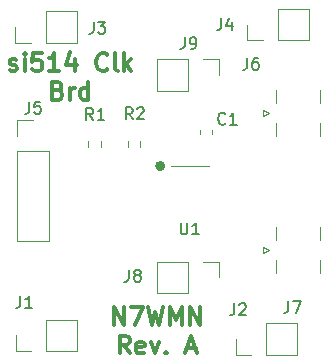
<source format=gbr>
%TF.GenerationSoftware,KiCad,Pcbnew,(6.0.2)*%
%TF.CreationDate,2022-11-21T15:27:55-08:00*%
%TF.ProjectId,si514_clock,73693531-345f-4636-9c6f-636b2e6b6963,rev?*%
%TF.SameCoordinates,PX86903e0PY67ceb50*%
%TF.FileFunction,Legend,Top*%
%TF.FilePolarity,Positive*%
%FSLAX46Y46*%
G04 Gerber Fmt 4.6, Leading zero omitted, Abs format (unit mm)*
G04 Created by KiCad (PCBNEW (6.0.2)) date 2022-11-21 15:27:55*
%MOMM*%
%LPD*%
G01*
G04 APERTURE LIST*
%ADD10C,0.300000*%
%ADD11C,0.150000*%
%ADD12C,0.120000*%
%ADD13C,0.100000*%
%ADD14C,0.450000*%
G04 APERTURE END LIST*
D10*
X1357142Y25600358D02*
X1500000Y25528929D01*
X1785714Y25528929D01*
X1928571Y25600358D01*
X2000000Y25743215D01*
X2000000Y25814643D01*
X1928571Y25957500D01*
X1785714Y26028929D01*
X1571428Y26028929D01*
X1428571Y26100358D01*
X1357142Y26243215D01*
X1357142Y26314643D01*
X1428571Y26457500D01*
X1571428Y26528929D01*
X1785714Y26528929D01*
X1928571Y26457500D01*
X2642857Y25528929D02*
X2642857Y26528929D01*
X2642857Y27028929D02*
X2571428Y26957500D01*
X2642857Y26886072D01*
X2714285Y26957500D01*
X2642857Y27028929D01*
X2642857Y26886072D01*
X4071428Y27028929D02*
X3357142Y27028929D01*
X3285714Y26314643D01*
X3357142Y26386072D01*
X3500000Y26457500D01*
X3857142Y26457500D01*
X4000000Y26386072D01*
X4071428Y26314643D01*
X4142857Y26171786D01*
X4142857Y25814643D01*
X4071428Y25671786D01*
X4000000Y25600358D01*
X3857142Y25528929D01*
X3500000Y25528929D01*
X3357142Y25600358D01*
X3285714Y25671786D01*
X5571428Y25528929D02*
X4714285Y25528929D01*
X5142857Y25528929D02*
X5142857Y27028929D01*
X5000000Y26814643D01*
X4857142Y26671786D01*
X4714285Y26600358D01*
X6857142Y26528929D02*
X6857142Y25528929D01*
X6500000Y27100358D02*
X6142857Y26028929D01*
X7071428Y26028929D01*
X9642857Y25671786D02*
X9571428Y25600358D01*
X9357142Y25528929D01*
X9214285Y25528929D01*
X9000000Y25600358D01*
X8857142Y25743215D01*
X8785714Y25886072D01*
X8714285Y26171786D01*
X8714285Y26386072D01*
X8785714Y26671786D01*
X8857142Y26814643D01*
X9000000Y26957500D01*
X9214285Y27028929D01*
X9357142Y27028929D01*
X9571428Y26957500D01*
X9642857Y26886072D01*
X10500000Y25528929D02*
X10357142Y25600358D01*
X10285714Y25743215D01*
X10285714Y27028929D01*
X11071428Y25528929D02*
X11071428Y27028929D01*
X11214285Y26100358D02*
X11642857Y25528929D01*
X11642857Y26528929D02*
X11071428Y25957500D01*
X5464285Y23899643D02*
X5678571Y23828215D01*
X5750000Y23756786D01*
X5821428Y23613929D01*
X5821428Y23399643D01*
X5750000Y23256786D01*
X5678571Y23185358D01*
X5535714Y23113929D01*
X4964285Y23113929D01*
X4964285Y24613929D01*
X5464285Y24613929D01*
X5607142Y24542500D01*
X5678571Y24471072D01*
X5750000Y24328215D01*
X5750000Y24185358D01*
X5678571Y24042500D01*
X5607142Y23971072D01*
X5464285Y23899643D01*
X4964285Y23899643D01*
X6464285Y23113929D02*
X6464285Y24113929D01*
X6464285Y23828215D02*
X6535714Y23971072D01*
X6607142Y24042500D01*
X6750000Y24113929D01*
X6892857Y24113929D01*
X8035714Y23113929D02*
X8035714Y24613929D01*
X8035714Y23185358D02*
X7892857Y23113929D01*
X7607142Y23113929D01*
X7464285Y23185358D01*
X7392857Y23256786D01*
X7321428Y23399643D01*
X7321428Y23828215D01*
X7392857Y23971072D01*
X7464285Y24042500D01*
X7607142Y24113929D01*
X7892857Y24113929D01*
X8035714Y24042500D01*
X10207142Y4028929D02*
X10207142Y5528929D01*
X11064285Y4028929D01*
X11064285Y5528929D01*
X11635714Y5528929D02*
X12635714Y5528929D01*
X11992857Y4028929D01*
X13064285Y5528929D02*
X13421428Y4028929D01*
X13707142Y5100358D01*
X13992857Y4028929D01*
X14350000Y5528929D01*
X14921428Y4028929D02*
X14921428Y5528929D01*
X15421428Y4457500D01*
X15921428Y5528929D01*
X15921428Y4028929D01*
X16635714Y4028929D02*
X16635714Y5528929D01*
X17492857Y4028929D01*
X17492857Y5528929D01*
X11528571Y1613929D02*
X11028571Y2328215D01*
X10671428Y1613929D02*
X10671428Y3113929D01*
X11242857Y3113929D01*
X11385714Y3042500D01*
X11457142Y2971072D01*
X11528571Y2828215D01*
X11528571Y2613929D01*
X11457142Y2471072D01*
X11385714Y2399643D01*
X11242857Y2328215D01*
X10671428Y2328215D01*
X12742857Y1685358D02*
X12600000Y1613929D01*
X12314285Y1613929D01*
X12171428Y1685358D01*
X12100000Y1828215D01*
X12100000Y2399643D01*
X12171428Y2542500D01*
X12314285Y2613929D01*
X12600000Y2613929D01*
X12742857Y2542500D01*
X12814285Y2399643D01*
X12814285Y2256786D01*
X12100000Y2113929D01*
X13314285Y2613929D02*
X13671428Y1613929D01*
X14028571Y2613929D01*
X14600000Y1756786D02*
X14671428Y1685358D01*
X14600000Y1613929D01*
X14528571Y1685358D01*
X14600000Y1756786D01*
X14600000Y1613929D01*
X16385714Y2042500D02*
X17100000Y2042500D01*
X16242857Y1613929D02*
X16742857Y3113929D01*
X17242857Y1613929D01*
D11*
%TO.C,J7*%
X24966666Y6047620D02*
X24966666Y5333334D01*
X24919047Y5190477D01*
X24823809Y5095239D01*
X24680952Y5047620D01*
X24585714Y5047620D01*
X25347619Y6047620D02*
X26014285Y6047620D01*
X25585714Y5047620D01*
%TO.C,J8*%
X11466666Y8697620D02*
X11466666Y7983334D01*
X11419047Y7840477D01*
X11323809Y7745239D01*
X11180952Y7697620D01*
X11085714Y7697620D01*
X12085714Y8269048D02*
X11990476Y8316667D01*
X11942857Y8364286D01*
X11895238Y8459524D01*
X11895238Y8507143D01*
X11942857Y8602381D01*
X11990476Y8650000D01*
X12085714Y8697620D01*
X12276190Y8697620D01*
X12371428Y8650000D01*
X12419047Y8602381D01*
X12466666Y8507143D01*
X12466666Y8459524D01*
X12419047Y8364286D01*
X12371428Y8316667D01*
X12276190Y8269048D01*
X12085714Y8269048D01*
X11990476Y8221429D01*
X11942857Y8173810D01*
X11895238Y8078572D01*
X11895238Y7888096D01*
X11942857Y7792858D01*
X11990476Y7745239D01*
X12085714Y7697620D01*
X12276190Y7697620D01*
X12371428Y7745239D01*
X12419047Y7792858D01*
X12466666Y7888096D01*
X12466666Y8078572D01*
X12419047Y8173810D01*
X12371428Y8221429D01*
X12276190Y8269048D01*
%TO.C,J6*%
X21466666Y26647620D02*
X21466666Y25933334D01*
X21419047Y25790477D01*
X21323809Y25695239D01*
X21180952Y25647620D01*
X21085714Y25647620D01*
X22371428Y26647620D02*
X22180952Y26647620D01*
X22085714Y26600000D01*
X22038095Y26552381D01*
X21942857Y26409524D01*
X21895238Y26219048D01*
X21895238Y25838096D01*
X21942857Y25742858D01*
X21990476Y25695239D01*
X22085714Y25647620D01*
X22276190Y25647620D01*
X22371428Y25695239D01*
X22419047Y25742858D01*
X22466666Y25838096D01*
X22466666Y26076191D01*
X22419047Y26171429D01*
X22371428Y26219048D01*
X22276190Y26266667D01*
X22085714Y26266667D01*
X21990476Y26219048D01*
X21942857Y26171429D01*
X21895238Y26076191D01*
%TO.C,U1*%
X15838095Y12697620D02*
X15838095Y11888096D01*
X15885714Y11792858D01*
X15933333Y11745239D01*
X16028571Y11697620D01*
X16219047Y11697620D01*
X16314285Y11745239D01*
X16361904Y11792858D01*
X16409523Y11888096D01*
X16409523Y12697620D01*
X17409523Y11697620D02*
X16838095Y11697620D01*
X17123809Y11697620D02*
X17123809Y12697620D01*
X17028571Y12554762D01*
X16933333Y12459524D01*
X16838095Y12411905D01*
%TO.C,J9*%
X16166666Y28397620D02*
X16166666Y27683334D01*
X16119047Y27540477D01*
X16023809Y27445239D01*
X15880952Y27397620D01*
X15785714Y27397620D01*
X16690476Y27397620D02*
X16880952Y27397620D01*
X16976190Y27445239D01*
X17023809Y27492858D01*
X17119047Y27635715D01*
X17166666Y27826191D01*
X17166666Y28207143D01*
X17119047Y28302381D01*
X17071428Y28350000D01*
X16976190Y28397620D01*
X16785714Y28397620D01*
X16690476Y28350000D01*
X16642857Y28302381D01*
X16595238Y28207143D01*
X16595238Y27969048D01*
X16642857Y27873810D01*
X16690476Y27826191D01*
X16785714Y27778572D01*
X16976190Y27778572D01*
X17071428Y27826191D01*
X17119047Y27873810D01*
X17166666Y27969048D01*
%TO.C,J3*%
X8466666Y29697620D02*
X8466666Y28983334D01*
X8419047Y28840477D01*
X8323809Y28745239D01*
X8180952Y28697620D01*
X8085714Y28697620D01*
X8847619Y29697620D02*
X9466666Y29697620D01*
X9133333Y29316667D01*
X9276190Y29316667D01*
X9371428Y29269048D01*
X9419047Y29221429D01*
X9466666Y29126191D01*
X9466666Y28888096D01*
X9419047Y28792858D01*
X9371428Y28745239D01*
X9276190Y28697620D01*
X8990476Y28697620D01*
X8895238Y28745239D01*
X8847619Y28792858D01*
%TO.C,J1*%
X2266666Y6497620D02*
X2266666Y5783334D01*
X2219047Y5640477D01*
X2123809Y5545239D01*
X1980952Y5497620D01*
X1885714Y5497620D01*
X3266666Y5497620D02*
X2695238Y5497620D01*
X2980952Y5497620D02*
X2980952Y6497620D01*
X2885714Y6354762D01*
X2790476Y6259524D01*
X2695238Y6211905D01*
%TO.C,R2*%
X11783333Y21447620D02*
X11450000Y21923810D01*
X11211904Y21447620D02*
X11211904Y22447620D01*
X11592857Y22447620D01*
X11688095Y22400000D01*
X11735714Y22352381D01*
X11783333Y22257143D01*
X11783333Y22114286D01*
X11735714Y22019048D01*
X11688095Y21971429D01*
X11592857Y21923810D01*
X11211904Y21923810D01*
X12164285Y22352381D02*
X12211904Y22400000D01*
X12307142Y22447620D01*
X12545238Y22447620D01*
X12640476Y22400000D01*
X12688095Y22352381D01*
X12735714Y22257143D01*
X12735714Y22161905D01*
X12688095Y22019048D01*
X12116666Y21447620D01*
X12735714Y21447620D01*
%TO.C,J2*%
X20366666Y5847620D02*
X20366666Y5133334D01*
X20319047Y4990477D01*
X20223809Y4895239D01*
X20080952Y4847620D01*
X19985714Y4847620D01*
X20795238Y5752381D02*
X20842857Y5800000D01*
X20938095Y5847620D01*
X21176190Y5847620D01*
X21271428Y5800000D01*
X21319047Y5752381D01*
X21366666Y5657143D01*
X21366666Y5561905D01*
X21319047Y5419048D01*
X20747619Y4847620D01*
X21366666Y4847620D01*
%TO.C,J5*%
X3016666Y22927620D02*
X3016666Y22213334D01*
X2969047Y22070477D01*
X2873809Y21975239D01*
X2730952Y21927620D01*
X2635714Y21927620D01*
X3969047Y22927620D02*
X3492857Y22927620D01*
X3445238Y22451429D01*
X3492857Y22499048D01*
X3588095Y22546667D01*
X3826190Y22546667D01*
X3921428Y22499048D01*
X3969047Y22451429D01*
X4016666Y22356191D01*
X4016666Y22118096D01*
X3969047Y22022858D01*
X3921428Y21975239D01*
X3826190Y21927620D01*
X3588095Y21927620D01*
X3492857Y21975239D01*
X3445238Y22022858D01*
%TO.C,R1*%
X8433333Y21397620D02*
X8100000Y21873810D01*
X7861904Y21397620D02*
X7861904Y22397620D01*
X8242857Y22397620D01*
X8338095Y22350000D01*
X8385714Y22302381D01*
X8433333Y22207143D01*
X8433333Y22064286D01*
X8385714Y21969048D01*
X8338095Y21921429D01*
X8242857Y21873810D01*
X7861904Y21873810D01*
X9385714Y21397620D02*
X8814285Y21397620D01*
X9100000Y21397620D02*
X9100000Y22397620D01*
X9004761Y22254762D01*
X8909523Y22159524D01*
X8814285Y22111905D01*
%TO.C,C1*%
X19633333Y21092858D02*
X19585714Y21045239D01*
X19442857Y20997620D01*
X19347619Y20997620D01*
X19204761Y21045239D01*
X19109523Y21140477D01*
X19061904Y21235715D01*
X19014285Y21426191D01*
X19014285Y21569048D01*
X19061904Y21759524D01*
X19109523Y21854762D01*
X19204761Y21950000D01*
X19347619Y21997620D01*
X19442857Y21997620D01*
X19585714Y21950000D01*
X19633333Y21902381D01*
X20585714Y20997620D02*
X20014285Y20997620D01*
X20300000Y20997620D02*
X20300000Y21997620D01*
X20204761Y21854762D01*
X20109523Y21759524D01*
X20014285Y21711905D01*
%TO.C,J4*%
X19266666Y29997620D02*
X19266666Y29283334D01*
X19219047Y29140477D01*
X19123809Y29045239D01*
X18980952Y28997620D01*
X18885714Y28997620D01*
X20171428Y29664286D02*
X20171428Y28997620D01*
X19933333Y30045239D02*
X19695238Y29330953D01*
X20314285Y29330953D01*
D12*
%TO.C,J7*%
X27600000Y8400000D02*
X27600000Y9510000D01*
X23890000Y11190000D02*
X23890000Y12300000D01*
X23890000Y8400000D02*
X23890000Y9510000D01*
X27600000Y11190000D02*
X27600000Y12300000D01*
X23340000Y10350000D02*
X22840000Y10600000D01*
X22840000Y10600000D02*
X22840000Y10100000D01*
X22840000Y10100000D02*
X23340000Y10350000D01*
%TO.C,J8*%
X16480000Y6720000D02*
X13880000Y6720000D01*
X17750000Y9380000D02*
X19080000Y9380000D01*
X16480000Y9380000D02*
X16480000Y6720000D01*
X19080000Y9380000D02*
X19080000Y8050000D01*
X13880000Y9380000D02*
X13880000Y6720000D01*
X16480000Y9380000D02*
X13880000Y9380000D01*
%TO.C,J6*%
X22840000Y22250000D02*
X22840000Y21750000D01*
X23340000Y22000000D02*
X22840000Y22250000D01*
X22840000Y21750000D02*
X23340000Y22000000D01*
X27600000Y22840000D02*
X27600000Y23950000D01*
X23890000Y22840000D02*
X23890000Y23950000D01*
X27600000Y20050000D02*
X27600000Y21160000D01*
X23890000Y20050000D02*
X23890000Y21160000D01*
D13*
%TO.C,U1*%
X15050000Y17450000D02*
X18250000Y17450000D01*
D14*
X14335000Y17490000D02*
G75*
G03*
X14335000Y17490000I-225000J0D01*
G01*
D12*
%TO.C,J9*%
X13870000Y26530000D02*
X13870000Y23870000D01*
X19070000Y26530000D02*
X19070000Y25200000D01*
X16470000Y26530000D02*
X13870000Y26530000D01*
X16470000Y26530000D02*
X16470000Y23870000D01*
X16470000Y23870000D02*
X13870000Y23870000D01*
X17740000Y26530000D02*
X19070000Y26530000D01*
%TO.C,J3*%
X4445000Y27920000D02*
X7045000Y27920000D01*
X7045000Y27920000D02*
X7045000Y30580000D01*
X4445000Y27920000D02*
X4445000Y30580000D01*
X4445000Y30580000D02*
X7045000Y30580000D01*
X3175000Y27920000D02*
X1845000Y27920000D01*
X1845000Y27920000D02*
X1845000Y29250000D01*
%TO.C,J1*%
X4470000Y1820000D02*
X4470000Y4480000D01*
X4470000Y4480000D02*
X7070000Y4480000D01*
X1870000Y1820000D02*
X1870000Y3150000D01*
X3200000Y1820000D02*
X1870000Y1820000D01*
X4470000Y1820000D02*
X7070000Y1820000D01*
X7070000Y1820000D02*
X7070000Y4480000D01*
%TO.C,R2*%
X12422500Y19604724D02*
X12422500Y19095276D01*
X11377500Y19604724D02*
X11377500Y19095276D01*
%TO.C,J2*%
X23095000Y1520000D02*
X23095000Y4180000D01*
X21825000Y1520000D02*
X20495000Y1520000D01*
X23095000Y4180000D02*
X25695000Y4180000D01*
X25695000Y1520000D02*
X25695000Y4180000D01*
X23095000Y1520000D02*
X25695000Y1520000D01*
X20495000Y1520000D02*
X20495000Y2850000D01*
%TO.C,J5*%
X2020000Y18780000D02*
X2020000Y11100000D01*
X2020000Y11100000D02*
X4680000Y11100000D01*
X2020000Y21380000D02*
X3350000Y21380000D01*
X4680000Y18780000D02*
X4680000Y11100000D01*
X2020000Y20050000D02*
X2020000Y21380000D01*
X2020000Y18780000D02*
X4680000Y18780000D01*
%TO.C,R1*%
X9072500Y19604724D02*
X9072500Y19095276D01*
X8027500Y19604724D02*
X8027500Y19095276D01*
%TO.C,C1*%
X18460000Y20203733D02*
X18460000Y20496267D01*
X17440000Y20203733D02*
X17440000Y20496267D01*
%TO.C,J4*%
X24095000Y28120000D02*
X26695000Y28120000D01*
X26695000Y28120000D02*
X26695000Y30780000D01*
X21495000Y28120000D02*
X21495000Y29450000D01*
X24095000Y28120000D02*
X24095000Y30780000D01*
X24095000Y30780000D02*
X26695000Y30780000D01*
X22825000Y28120000D02*
X21495000Y28120000D01*
%TD*%
M02*

</source>
